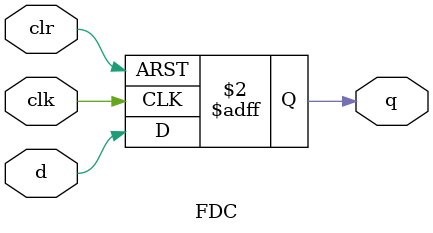
<source format=sv>
module synchorizer (async_sig, outclk, out_sync_sig);

	input logic  async_sig, outclk;
	output logic out_sync_sig;
	logic q1,q2,q3;

	FDC fdc_2 (1'b1, async_sig, q3, q1);
	FDC fdc_3 (q1, outclk, 1'b0, q2);
	FDC fdc_4 (q2, outclk, 1'b0, out_sync_sig);
	FDC fdc_1 (out_sync_sig, outclk, 1'b0, q3);

endmodule

module FDC ( d, clk, clr, q);
	input logic d, clk, clr;
	output logic  q;

	always @(posedge clk, posedge clr) begin
		if (clr)
			q <= 0;
		else 
			q <= d;
	end
endmodule
</source>
